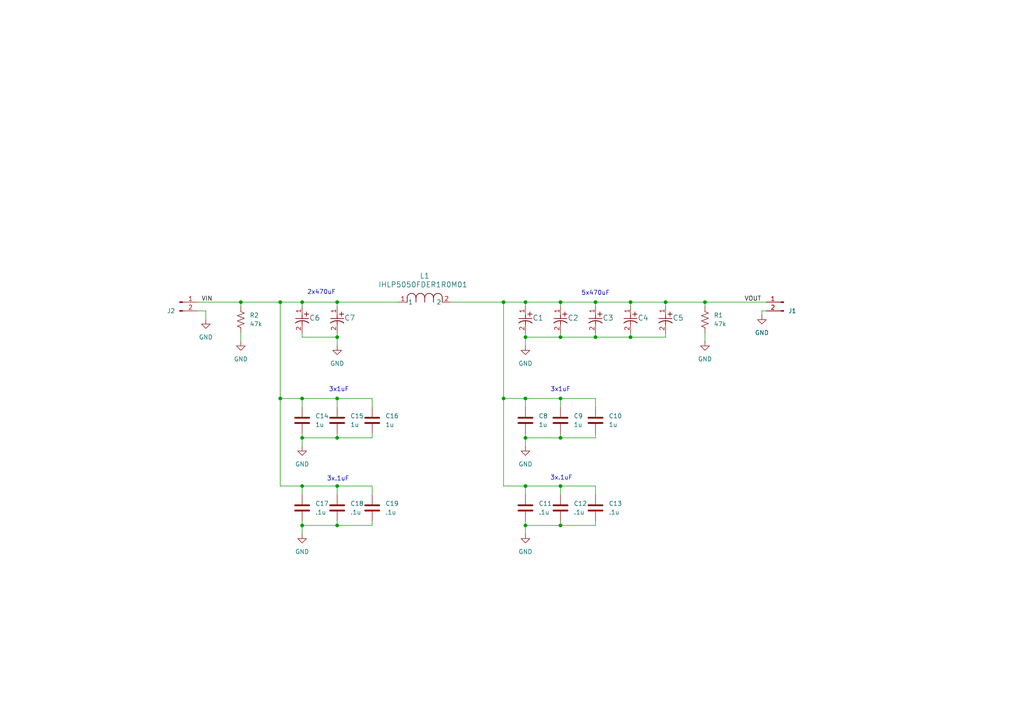
<source format=kicad_sch>
(kicad_sch (version 20231120) (generator "eeschema") (generator_version "8.0")
  (paper "A4")
  (lib_symbols
    (symbol "Connector:Conn_01x02_Pin" (pin_names (offset 1.016) hide)
      (property "Reference" "J" (at 0 2.54 0))
      (property "Value" "Conn_01x02_Pin" (at 0 -5.08 0))
      (symbol "Conn_01x02_Pin_1_1"
        (polyline (pts (xy 1.27 -2.54) (xy 0.8636 -2.54)) (stroke (width 0.1524)))
        (polyline (pts (xy 1.27 0) (xy 0.8636 0)) (stroke (width 0.1524)))
        (rectangle (start 0.8636 -2.413) (end 0 -2.667) (stroke (width 0.1524)) (fill (type outline)))
        (rectangle (start 0.8636 0.127) (end 0 -0.127) (stroke (width 0.1524)) (fill (type outline)))
        (pin passive line (at 5.08 0 180) (length 3.81) (name "Pin_1") (number "1"))
        (pin passive line (at 5.08 -2.54 180) (length 3.81) (name "Pin_2") (number "2"))
      )
    )
    (symbol "Device:C" (pin_numbers hide) (pin_names (offset 0.254))
      (property "Reference" "C" (at 0.635 2.54 0))
      (property "Value" "C" (at 0.635 -2.54 0))
      (symbol "C_0_1"
        (polyline (pts (xy -2.032 -0.762) (xy 2.032 -0.762)) (stroke (width 0.508)))
        (polyline (pts (xy -2.032 0.762) (xy 2.032 0.762)) (stroke (width 0.508)))
      )
      (symbol "C_1_1"
        (pin passive line (at 0 3.81 270) (length 2.794) (name "~") (number "1"))
        (pin passive line (at 0 -3.81 90) (length 2.794) (name "~") (number "2"))
      )
    )
    (symbol "Device:R_US" (pin_numbers hide) (pin_names (offset 0))
      (property "Reference" "R" (at 2.54 0 90))
      (property "Value" "R_US" (at -2.54 0 90))
      (symbol "R_US_0_1"
        (polyline (pts (xy 0 -2.286) (xy 0 -2.54)))
        (polyline (pts (xy 0 2.286) (xy 0 2.54)))
        (polyline (pts (xy 0 -0.762) (xy 1.016 -1.143) (xy 0 -1.524) (xy -1.016 -1.905) (xy 0 -2.286)))
        (polyline (pts (xy 0 0.762) (xy 1.016 0.381) (xy 0 0) (xy -1.016 -0.381) (xy 0 -0.762)))
        (polyline (pts (xy 0 2.286) (xy 1.016 1.905) (xy 0 1.524) (xy -1.016 1.143) (xy 0 0.762)))
      )
      (symbol "R_US_1_1"
        (pin passive line (at 0 3.81 270) (length 1.27) (name "~") (number "1"))
        (pin passive line (at 0 -3.81 90) (length 1.27) (name "~") (number "2"))
      )
    )
    (symbol "FilterBoardLib:EMHB630ARA471MMH0S" (pin_names (offset 0.254))
      (property "Reference" "C" (at 3.556 2.794 0))
      (symbol "EMHB630ARA471MMH0S_1_1"
        (polyline (pts (xy 1.5748 1.27) (xy 2.8448 1.27)) (stroke (width 0.2032)))
        (polyline (pts (xy 2.2098 0.635) (xy 2.2098 1.905)) (stroke (width 0.2032)))
        (polyline (pts (xy 2.54 0) (xy 3.4798 0)) (stroke (width 0.2032)))
        (polyline (pts (xy 3.4798 -1.905) (xy 3.4798 1.905)) (stroke (width 0.2032)))
        (polyline (pts (xy 4.1148 0) (xy 5.08 0)) (stroke (width 0.2032)))
        (arc (start 4.7541 1.9108) (mid 4.1148 0) (end 4.7541 -1.9108) (stroke (width 0.254)))
        (pin unspecified line (at 0 0 0) (length 2.54) (name "") (number "1"))
        (pin unspecified line (at 7.62 0 180) (length 2.54) (name "") (number "2"))
      )
      (symbol "EMHB630ARA471MMH0S_1_2"
        (polyline (pts (xy -1.905 -3.4798) (xy 1.905 -3.4798)) (stroke (width 0.2032)))
        (polyline (pts (xy 0 -4.1148) (xy 0 -5.08)) (stroke (width 0.2032)))
        (polyline (pts (xy 0 -2.54) (xy 0 -3.4798)) (stroke (width 0.2032)))
        (polyline (pts (xy 0.635 -2.2098) (xy 1.905 -2.2098)) (stroke (width 0.2032)))
        (polyline (pts (xy 1.27 -1.5748) (xy 1.27 -2.8448)) (stroke (width 0.2032)))
        (arc (start 1.9108 -4.7541) (mid 0 -4.1148) (end -1.9108 -4.7541) (stroke (width 0.254)))
        (pin unspecified line (at 0 -7.62 90) (length 2.54) (name "") (number "1"))
        (pin unspecified line (at 0 0 270) (length 2.54) (name "") (number "2"))
      )
    )
    (symbol "FilterBoardLib:IHLP5050FDER1R0M01" (pin_names (offset 0.254))
      (property "Reference" "L" (at 6.985 5.08 0))
      (property "Value" "IHLP5050FDER1R0M01" (at 6.985 -2.54 0))
      (symbol "IHLP5050FDER1R0M01_1_1"
        (polyline (pts (xy 2.54 0) (xy 2.54 1.27)) (stroke (width 0.2032)))
        (polyline (pts (xy 5.08 0) (xy 5.08 1.27)) (stroke (width 0.2032)))
        (polyline (pts (xy 7.62 0) (xy 7.62 1.27)) (stroke (width 0.2032)))
        (polyline (pts (xy 10.16 0) (xy 10.16 1.27)) (stroke (width 0.2032)))
        (polyline (pts (xy 12.7 0) (xy 12.7 1.27)) (stroke (width 0.2032)))
        (arc (start 5.08 1.27) (mid 3.81 2.5344) (end 2.54 1.27) (stroke (width 0.2032)))
        (arc (start 7.62 1.27) (mid 6.35 2.5344) (end 5.08 1.27) (stroke (width 0.2032)))
        (arc (start 10.16 1.27) (mid 8.89 2.5344) (end 7.62 1.27) (stroke (width 0.2032)))
        (arc (start 12.7 1.27) (mid 11.43 2.5344) (end 10.16 1.27) (stroke (width 0.2032)))
        (pin unspecified line (at 0 0 0) (length 2.54) (name "1") (number "1"))
        (pin unspecified line (at 15.24 0 180) (length 2.54) (name "2") (number "2"))
      )
      (symbol "IHLP5050FDER1R0M01_1_2"
        (arc (start -1.27 5.08) (mid -2.5344 3.81) (end -1.27 2.54) (stroke (width 0.2032)))
        (arc (start -1.27 7.62) (mid -2.5344 6.35) (end -1.27 5.08) (stroke (width 0.2032)))
        (arc (start -1.27 10.16) (mid -2.5344 8.89) (end -1.27 7.62) (stroke (width 0.2032)))
        (arc (start -1.27 12.7) (mid -2.5344 11.43) (end -1.27 10.16) (stroke (width 0.2032)))
        (polyline (pts (xy 0 2.54) (xy -1.27 2.54)) (stroke (width 0.2032)))
        (polyline (pts (xy 0 5.08) (xy -1.27 5.08)) (stroke (width 0.2032)))
        (polyline (pts (xy 0 7.62) (xy -1.27 7.62)) (stroke (width 0.2032)))
        (polyline (pts (xy 0 10.16) (xy -1.27 10.16)) (stroke (width 0.2032)))
        (polyline (pts (xy 0 12.7) (xy -1.27 12.7)) (stroke (width 0.2032)))
        (pin unspecified line (at 0 0 90) (length 2.54) (name "1") (number "1"))
        (pin unspecified line (at 0 15.24 270) (length 2.54) (name "2") (number "2"))
      )
    )
    (symbol "power:GND" (power) (pin_numbers hide) (pin_names (offset 0) hide)
      (property "Value" "GND" (at 0 -3.81 0))
      (symbol "GND_0_1"
        (polyline (pts (xy 0 0) (xy 0 -1.27) (xy 1.27 -1.27) (xy 0 -2.54) (xy -1.27 -1.27) (xy 0 -1.27)))
      )
      (symbol "GND_1_1"
        (pin power_in line (at 0 0 270) (length 0) (name "~") (number "1"))
      )
    )
  )
  (junction (at 87.63 127))
  (junction (at 97.79 127))
  (junction (at 97.79 152.4))
  (junction (at 162.56 115.57))
  (junction (at 97.79 140.97))
  (junction (at 152.4 87.63))
  (junction (at 172.72 97.79))
  (junction (at 97.79 87.63))
  (junction (at 162.56 97.79))
  (junction (at 182.88 87.63))
  (junction (at 146.05 87.63))
  (junction (at 146.05 115.57))
  (junction (at 87.63 115.57))
  (junction (at 162.56 127))
  (junction (at 204.47 87.63))
  (junction (at 81.28 87.63))
  (junction (at 87.63 140.97))
  (junction (at 172.72 87.63))
  (junction (at 97.79 115.57))
  (junction (at 162.56 152.4))
  (junction (at 87.63 152.4))
  (junction (at 182.88 97.79))
  (junction (at 81.28 115.57))
  (junction (at 193.04 87.63))
  (junction (at 162.56 87.63))
  (junction (at 152.4 140.97))
  (junction (at 152.4 127))
  (junction (at 87.63 87.63))
  (junction (at 97.79 97.79))
  (junction (at 152.4 115.57))
  (junction (at 152.4 152.4))
  (junction (at 162.56 140.97))
  (junction (at 152.4 97.79))
  (junction (at 69.85 87.63))
  (wire (pts (xy 172.72 140.97) (xy 172.72 143.51)))
  (wire (pts (xy 87.63 152.4) (xy 87.63 151.13)))
  (wire (pts (xy 97.79 115.57) (xy 107.95 115.57)))
  (wire (pts (xy 81.28 140.97) (xy 87.63 140.97)))
  (wire (pts (xy 152.4 97.79) (xy 152.4 100.33)))
  (wire (pts (xy 152.4 87.63) (xy 162.56 87.63)))
  (wire (pts (xy 87.63 143.51) (xy 87.63 140.97)))
  (wire (pts (xy 172.72 97.79) (xy 182.88 97.79)))
  (wire (pts (xy 87.63 115.57) (xy 97.79 115.57)))
  (wire (pts (xy 162.56 115.57) (xy 162.56 118.11)))
  (wire (pts (xy 204.47 87.63) (xy 204.47 88.9)))
  (wire (pts (xy 97.79 151.13) (xy 97.79 152.4)))
  (wire (pts (xy 107.95 115.57) (xy 107.95 118.11)))
  (wire (pts (xy 81.28 87.63) (xy 87.63 87.63)))
  (wire (pts (xy 193.04 87.63) (xy 204.47 87.63)))
  (wire (pts (xy 130.81 87.63) (xy 146.05 87.63)))
  (wire (pts (xy 220.98 90.17) (xy 222.25 90.17)))
  (wire (pts (xy 162.56 125.73) (xy 162.56 127)))
  (wire (pts (xy 172.72 125.73) (xy 172.72 127)))
  (wire (pts (xy 172.72 87.63) (xy 182.88 87.63)))
  (wire (pts (xy 152.4 127) (xy 152.4 125.73)))
  (wire (pts (xy 87.63 87.63) (xy 97.79 87.63)))
  (wire (pts (xy 107.95 151.13) (xy 107.95 152.4)))
  (wire (pts (xy 152.4 152.4) (xy 152.4 154.94)))
  (wire (pts (xy 87.63 118.11) (xy 87.63 115.57)))
  (wire (pts (xy 172.72 115.57) (xy 172.72 118.11)))
  (wire (pts (xy 182.88 97.79) (xy 193.04 97.79)))
  (wire (pts (xy 87.63 97.79) (xy 97.79 97.79)))
  (wire (pts (xy 152.4 115.57) (xy 162.56 115.57)))
  (wire (pts (xy 97.79 87.63) (xy 97.79 88.9)))
  (wire (pts (xy 87.63 97.79) (xy 87.63 96.52)))
  (wire (pts (xy 87.63 140.97) (xy 97.79 140.97)))
  (wire (pts (xy 146.05 115.57) (xy 152.4 115.57)))
  (wire (pts (xy 162.56 115.57) (xy 172.72 115.57)))
  (wire (pts (xy 97.79 140.97) (xy 107.95 140.97)))
  (wire (pts (xy 97.79 125.73) (xy 97.79 127)))
  (wire (pts (xy 97.79 140.97) (xy 97.79 143.51)))
  (wire (pts (xy 146.05 87.63) (xy 152.4 87.63)))
  (wire (pts (xy 81.28 115.57) (xy 87.63 115.57)))
  (wire (pts (xy 87.63 152.4) (xy 87.63 154.94)))
  (wire (pts (xy 81.28 87.63) (xy 81.28 115.57)))
  (wire (pts (xy 152.4 87.63) (xy 152.4 88.9)))
  (wire (pts (xy 182.88 97.79) (xy 182.88 96.52)))
  (wire (pts (xy 162.56 151.13) (xy 162.56 152.4)))
  (wire (pts (xy 107.95 140.97) (xy 107.95 143.51)))
  (wire (pts (xy 57.15 90.17) (xy 59.69 90.17)))
  (wire (pts (xy 152.4 97.79) (xy 162.56 97.79)))
  (wire (pts (xy 87.63 87.63) (xy 87.63 88.9)))
  (wire (pts (xy 204.47 87.63) (xy 222.25 87.63)))
  (wire (pts (xy 107.95 127) (xy 97.79 127)))
  (wire (pts (xy 107.95 152.4) (xy 97.79 152.4)))
  (wire (pts (xy 59.69 90.17) (xy 59.69 92.71)))
  (wire (pts (xy 162.56 97.79) (xy 162.56 96.52)))
  (wire (pts (xy 97.79 96.52) (xy 97.79 97.79)))
  (wire (pts (xy 81.28 115.57) (xy 81.28 140.97)))
  (wire (pts (xy 193.04 96.52) (xy 193.04 97.79)))
  (wire (pts (xy 152.4 118.11) (xy 152.4 115.57)))
  (wire (pts (xy 152.4 143.51) (xy 152.4 140.97)))
  (wire (pts (xy 152.4 127) (xy 152.4 129.54)))
  (wire (pts (xy 162.56 140.97) (xy 172.72 140.97)))
  (wire (pts (xy 172.72 97.79) (xy 172.72 96.52)))
  (wire (pts (xy 97.79 87.63) (xy 115.57 87.63)))
  (wire (pts (xy 172.72 127) (xy 162.56 127)))
  (wire (pts (xy 193.04 87.63) (xy 193.04 88.9)))
  (wire (pts (xy 220.98 91.44) (xy 220.98 90.17)))
  (wire (pts (xy 162.56 127) (xy 152.4 127)))
  (wire (pts (xy 182.88 87.63) (xy 182.88 88.9)))
  (wire (pts (xy 146.05 140.97) (xy 152.4 140.97)))
  (wire (pts (xy 204.47 96.52) (xy 204.47 99.06)))
  (wire (pts (xy 146.05 115.57) (xy 146.05 140.97)))
  (wire (pts (xy 162.56 87.63) (xy 162.56 88.9)))
  (wire (pts (xy 107.95 125.73) (xy 107.95 127)))
  (wire (pts (xy 69.85 87.63) (xy 81.28 87.63)))
  (wire (pts (xy 162.56 87.63) (xy 172.72 87.63)))
  (wire (pts (xy 182.88 87.63) (xy 193.04 87.63)))
  (wire (pts (xy 172.72 87.63) (xy 172.72 88.9)))
  (wire (pts (xy 152.4 140.97) (xy 162.56 140.97)))
  (wire (pts (xy 97.79 97.79) (xy 97.79 100.33)))
  (wire (pts (xy 97.79 115.57) (xy 97.79 118.11)))
  (wire (pts (xy 172.72 152.4) (xy 162.56 152.4)))
  (wire (pts (xy 152.4 97.79) (xy 152.4 96.52)))
  (wire (pts (xy 97.79 152.4) (xy 87.63 152.4)))
  (wire (pts (xy 97.79 127) (xy 87.63 127)))
  (wire (pts (xy 162.56 152.4) (xy 152.4 152.4)))
  (wire (pts (xy 146.05 87.63) (xy 146.05 115.57)))
  (wire (pts (xy 69.85 88.9) (xy 69.85 87.63)))
  (wire (pts (xy 162.56 97.79) (xy 172.72 97.79)))
  (wire (pts (xy 57.15 87.63) (xy 69.85 87.63)))
  (wire (pts (xy 87.63 127) (xy 87.63 129.54)))
  (wire (pts (xy 172.72 151.13) (xy 172.72 152.4)))
  (wire (pts (xy 87.63 127) (xy 87.63 125.73)))
  (wire (pts (xy 69.85 96.52) (xy 69.85 99.06)))
  (wire (pts (xy 162.56 140.97) (xy 162.56 143.51)))
  (wire (pts (xy 152.4 152.4) (xy 152.4 151.13)))
  (text "2x470uF" (at 93.218 84.836 0) (effects (font (size 1.27 1.27))))
  (text "3x.1uF" (at 98.044 138.938 0) (effects (font (size 1.27 1.27))))
  (text "5x470uF" (at 172.72 85.09 0) (effects (font (size 1.27 1.27))))
  (text "3x.1uF" (at 162.814 138.684 0) (effects (font (size 1.27 1.27))))
  (text "3x1uF" (at 162.56 113.03 0) (effects (font (size 1.27 1.27))))
  (text "3x1uF" (at 98.298 113.03 0) (effects (font (size 1.27 1.27))))
  (label "VIN" (at 58.42 87.63 0))
  (label "VOUT" (at 215.9 87.63 0))
  (symbol (lib_id "Device:C") (at 152.4 121.92 0) (unit 1)
    (property "Reference" "C8" (at 156.21 120.6499 0) (effects (justify left)))
    (property "Value" "1u" (at 156.21 123.1899 0) (effects (justify left)))
    (property "Footprint" "Capacitor_SMD:C_0805_2012Metric" (effects (hide yes)))
    (property "Description" "Unpolarized capacitor" (effects (hide yes)))
  )
  (symbol (lib_id "Device:C") (at 172.72 121.92 0) (unit 1)
    (property "Reference" "C10" (at 176.53 120.6499 0) (effects (justify left)))
    (property "Value" "1u" (at 176.53 123.1899 0) (effects (justify left)))
    (property "Footprint" "Capacitor_SMD:C_0805_2012Metric" (effects (hide yes)))
    (property "Description" "Unpolarized capacitor" (effects (hide yes)))
  )
  (symbol (lib_id "power:GND") (at 152.4 154.94 0) (unit 1)
    (property "Reference" "#PWR05" (effects (hide yes)))
    (property "Value" "GND" (at 152.4 160.02 0))
    (property "Description" "Power symbol creates a global label with name \"GND\" , ground" (effects (hide yes)))
  )
  (symbol (lib_id "power:GND") (at 87.63 154.94 0) (unit 1)
    (property "Reference" "#PWR07" (effects (hide yes)))
    (property "Value" "GND" (at 87.63 160.02 0))
    (property "Description" "Power symbol creates a global label with name \"GND\" , ground" (effects (hide yes)))
  )
  (symbol (lib_id "Connector:Conn_01x02_Pin") (at 227.33 87.63 0) (mirror y) (unit 1)
    (property "Reference" "J1" (at 228.6 90.1701 0) (effects (justify right)))
    (property "Description" "Generic connector, single row, 01x02, script generated" (effects (hide yes)))
  )
  (symbol (lib_id "Device:C") (at 97.79 147.32 0) (unit 1)
    (property "Reference" "C18" (at 101.6 146.0499 0) (effects (justify left)))
    (property "Value" ".1u" (at 101.6 148.5899 0) (effects (justify left)))
    (property "Footprint" "Capacitor_SMD:C_0805_2012Metric" (effects (hide yes)))
    (property "Description" "Unpolarized capacitor" (effects (hide yes)))
  )
  (symbol (lib_id "power:GND") (at 152.4 100.33 0) (unit 1)
    (property "Reference" "#PWR01" (effects (hide yes)))
    (property "Value" "GND" (at 152.4 105.41 0))
    (property "Description" "Power symbol creates a global label with name \"GND\" , ground" (effects (hide yes)))
  )
  (symbol (lib_id "Connector:Conn_01x02_Pin") (at 52.07 87.63 0) (unit 1)
    (property "Reference" "J2" (at 50.8 90.1701 0) (effects (justify right)))
    (property "Value" "Banana Terminals" (effects (hide yes)))
    (property "Footprint" "FilterBoardLib:Banana_Terminals" (effects (hide yes)))
    (property "Description" "Generic connector, single row, 01x02, script generated" (effects (hide yes)))
  )
  (symbol (lib_id "Device:C") (at 87.63 121.92 0) (unit 1)
    (property "Reference" "C14" (at 91.44 120.6499 0) (effects (justify left)))
    (property "Value" "1u" (at 91.44 123.1899 0) (effects (justify left)))
    (property "Footprint" "Capacitor_SMD:C_0805_2012Metric" (effects (hide yes)))
    (property "Description" "Unpolarized capacitor" (effects (hide yes)))
  )
  (symbol (lib_id "FilterBoardLib:EMHB630ARA471MMH0S") (at 162.56 88.9 270) (unit 1)
    (property "Reference" "C2" (at 164.592 92.202 90) (effects (font (size 1.524 1.524)) (justify left)))
    (property "Value" "EMHB630ARA471MMH0S" (effects (hide yes)))
    (property "Footprint" "FilterBoardLib:EMHB630ARA471MMH0S" (effects (hide yes)))
  )
  (symbol (lib_id "Device:C") (at 172.72 147.32 0) (unit 1)
    (property "Reference" "C13" (at 176.53 146.0499 0) (effects (justify left)))
    (property "Value" ".1u" (at 176.53 148.5899 0) (effects (justify left)))
    (property "Footprint" "Capacitor_SMD:C_0805_2012Metric" (effects (hide yes)))
    (property "Description" "Unpolarized capacitor" (effects (hide yes)))
  )
  (symbol (lib_id "Device:R_US") (at 69.85 92.71 0) (unit 1)
    (property "Reference" "R2" (at 72.39 91.4399 0) (effects (justify left)))
    (property "Value" "47k" (at 72.39 93.9799 0) (effects (justify left)))
    (property "Footprint" "Resistor_SMD:R_0805_2012Metric" (effects (hide yes)))
    (property "Description" "Resistor, US symbol" (effects (hide yes)))
  )
  (symbol (lib_id "Device:C") (at 152.4 147.32 0) (unit 1)
    (property "Reference" "C11" (at 156.21 146.0499 0) (effects (justify left)))
    (property "Value" ".1u" (at 156.21 148.5899 0) (effects (justify left)))
    (property "Footprint" "Capacitor_SMD:C_0805_2012Metric" (effects (hide yes)))
    (property "Description" "Unpolarized capacitor" (effects (hide yes)))
  )
  (symbol (lib_id "FilterBoardLib:IHLP5050FDER1R0M01") (at 115.57 87.63 0) (unit 1)
    (property "Reference" "L1" (at 123.19 80.01 0) (effects (font (size 1.524 1.524))))
    (property "Value" "IHLP5050FDER1R0M01" (at 122.682 82.55 0) (effects (font (size 1.524 1.524))))
    (property "Footprint" "FilterBoardLib:IND_IHLP-5050FD-01_VIS" (effects (hide yes)))
    (property "Datasheet" "IHLP5050FDER1R0M01" (effects (hide yes)))
  )
  (symbol (lib_id "power:GND") (at 220.98 91.44 0) (unit 1)
    (property "Reference" "#PWR03" (effects (hide yes)))
    (property "Value" "GND" (at 220.98 96.52 0))
    (property "Description" "Power symbol creates a global label with name \"GND\" , ground" (effects (hide yes)))
  )
  (symbol (lib_id "FilterBoardLib:EMHB630ARA471MMH0S") (at 182.88 88.9 270) (unit 1)
    (property "Reference" "C4" (at 184.912 92.202 90) (effects (font (size 1.524 1.524)) (justify left)))
    (property "Value" "EMHB630ARA471MMH0S" (effects (hide yes)))
    (property "Footprint" "FilterBoardLib:EMHB630ARA471MMH0S" (effects (hide yes)))
  )
  (symbol (lib_id "FilterBoardLib:EMHB630ARA471MMH0S") (at 172.72 88.9 270) (unit 1)
    (property "Reference" "C3" (at 174.752 92.202 90) (effects (font (size 1.524 1.524)) (justify left)))
    (property "Value" "EMHB630ARA471MMH0S" (effects (hide yes)))
    (property "Footprint" "FilterBoardLib:EMHB630ARA471MMH0S" (effects (hide yes)))
  )
  (symbol (lib_id "Device:C") (at 97.79 121.92 0) (unit 1)
    (property "Reference" "C15" (at 101.6 120.6499 0) (effects (justify left)))
    (property "Value" "1u" (at 101.6 123.1899 0) (effects (justify left)))
    (property "Footprint" "Capacitor_SMD:C_0805_2012Metric" (effects (hide yes)))
    (property "Description" "Unpolarized capacitor" (effects (hide yes)))
  )
  (symbol (lib_id "power:GND") (at 97.79 100.33 0) (unit 1)
    (property "Reference" "#PWR02" (effects (hide yes)))
    (property "Value" "GND" (at 97.79 105.41 0))
    (property "Description" "Power symbol creates a global label with name \"GND\" , ground" (effects (hide yes)))
  )
  (symbol (lib_id "Device:C") (at 87.63 147.32 0) (unit 1)
    (property "Reference" "C17" (at 91.44 146.0499 0) (effects (justify left)))
    (property "Value" ".1u" (at 91.44 148.5899 0) (effects (justify left)))
    (property "Footprint" "Capacitor_SMD:C_0805_2012Metric" (effects (hide yes)))
    (property "Description" "Unpolarized capacitor" (effects (hide yes)))
  )
  (symbol (lib_id "Device:C") (at 107.95 121.92 0) (unit 1)
    (property "Reference" "C16" (at 111.76 120.6499 0) (effects (justify left)))
    (property "Value" "1u" (at 111.76 123.1899 0) (effects (justify left)))
    (property "Footprint" "Capacitor_SMD:C_0805_2012Metric" (effects (hide yes)))
    (property "Description" "Unpolarized capacitor" (effects (hide yes)))
  )
  (symbol (lib_id "FilterBoardLib:EMHB630ARA471MMH0S") (at 193.04 88.9 270) (unit 1)
    (property "Reference" "C5" (at 195.072 92.202 90) (effects (font (size 1.524 1.524)) (justify left)))
    (property "Value" "EMHB630ARA471MMH0S" (effects (hide yes)))
    (property "Footprint" "FilterBoardLib:EMHB630ARA471MMH0S" (effects (hide yes)))
  )
  (symbol (lib_id "Device:C") (at 162.56 147.32 0) (unit 1)
    (property "Reference" "C12" (at 166.37 146.0499 0) (effects (justify left)))
    (property "Value" ".1u" (at 166.37 148.5899 0) (effects (justify left)))
    (property "Footprint" "Capacitor_SMD:C_0805_2012Metric" (effects (hide yes)))
    (property "Description" "Unpolarized capacitor" (effects (hide yes)))
  )
  (symbol (lib_id "power:GND") (at 152.4 129.54 0) (unit 1)
    (property "Reference" "#PWR04" (effects (hide yes)))
    (property "Value" "GND" (at 152.4 134.62 0))
    (property "Description" "Power symbol creates a global label with name \"GND\" , ground" (effects (hide yes)))
  )
  (symbol (lib_id "Device:C") (at 107.95 147.32 0) (unit 1)
    (property "Reference" "C19" (at 111.76 146.0499 0) (effects (justify left)))
    (property "Value" ".1u" (at 111.76 148.5899 0) (effects (justify left)))
    (property "Footprint" "Capacitor_SMD:C_0805_2012Metric" (effects (hide yes)))
    (property "Description" "Unpolarized capacitor" (effects (hide yes)))
  )
  (symbol (lib_id "FilterBoardLib:EMHB630ARA471MMH0S") (at 87.63 88.9 270) (unit 1)
    (property "Reference" "C6" (at 89.662 92.202 90) (effects (font (size 1.524 1.524)) (justify left)))
    (property "Value" "EMHB630ARA471MMH0S" (effects (hide yes)))
    (property "Footprint" "FilterBoardLib:EMHB630ARA471MMH0S" (effects (hide yes)))
  )
  (symbol (lib_id "power:GND") (at 59.69 92.71 0) (unit 1)
    (property "Reference" "#PWR08" (effects (hide yes)))
    (property "Value" "GND" (at 59.69 97.79 0))
    (property "Description" "Power symbol creates a global label with name \"GND\" , ground" (effects (hide yes)))
  )
  (symbol (lib_id "power:GND") (at 69.85 99.06 0) (unit 1)
    (property "Reference" "#PWR010" (effects (hide yes)))
    (property "Value" "GND" (at 69.85 104.14 0))
    (property "Description" "Power symbol creates a global label with name \"GND\" , ground" (effects (hide yes)))
  )
  (symbol (lib_id "Device:R_US") (at 204.47 92.71 0) (unit 1)
    (property "Reference" "R1" (at 207.01 91.4399 0) (effects (justify left)))
    (property "Value" "47k" (at 207.01 93.9799 0) (effects (justify left)))
    (property "Footprint" "Resistor_SMD:R_0805_2012Metric" (effects (hide yes)))
    (property "Description" "Resistor, US symbol" (effects (hide yes)))
  )
  (symbol (lib_id "power:GND") (at 87.63 129.54 0) (unit 1)
    (property "Reference" "#PWR06" (effects (hide yes)))
    (property "Value" "GND" (at 87.63 134.62 0))
    (property "Description" "Power symbol creates a global label with name \"GND\" , ground" (effects (hide yes)))
  )
  (symbol (lib_id "Device:C") (at 162.56 121.92 0) (unit 1)
    (property "Reference" "C9" (at 166.37 120.6499 0) (effects (justify left)))
    (property "Value" "1u" (at 166.37 123.1899 0) (effects (justify left)))
    (property "Footprint" "Capacitor_SMD:C_0805_2012Metric" (effects (hide yes)))
    (property "Description" "Unpolarized capacitor" (effects (hide yes)))
  )
  (symbol (lib_id "power:GND") (at 204.47 99.06 0) (unit 1)
    (property "Reference" "#PWR09" (effects (hide yes)))
    (property "Value" "GND" (at 204.47 104.14 0))
    (property "Description" "Power symbol creates a global label with name \"GND\" , ground" (effects (hide yes)))
  )
  (symbol (lib_id "FilterBoardLib:EMHB630ARA471MMH0S") (at 152.4 88.9 270) (unit 1)
    (property "Reference" "C1" (at 154.432 92.202 90) (effects (font (size 1.524 1.524)) (justify left)))
    (property "Value" "EMHB630ARA471MMH0S" (effects (hide yes)))
    (property "Footprint" "FilterBoardLib:EMHB630ARA471MMH0S" (effects (hide yes)))
  )
  (symbol (lib_id "FilterBoardLib:EMHB630ARA471MMH0S") (at 97.79 88.9 270) (unit 1)
    (property "Reference" "C7" (at 99.822 92.202 90) (effects (font (size 1.524 1.524)) (justify left)))
    (property "Value" "EMHB630ARA471MMH0S" (effects (hide yes)))
    (property "Footprint" "FilterBoardLib:EMHB630ARA471MMH0S" (effects (hide yes)))
  )
)
</source>
